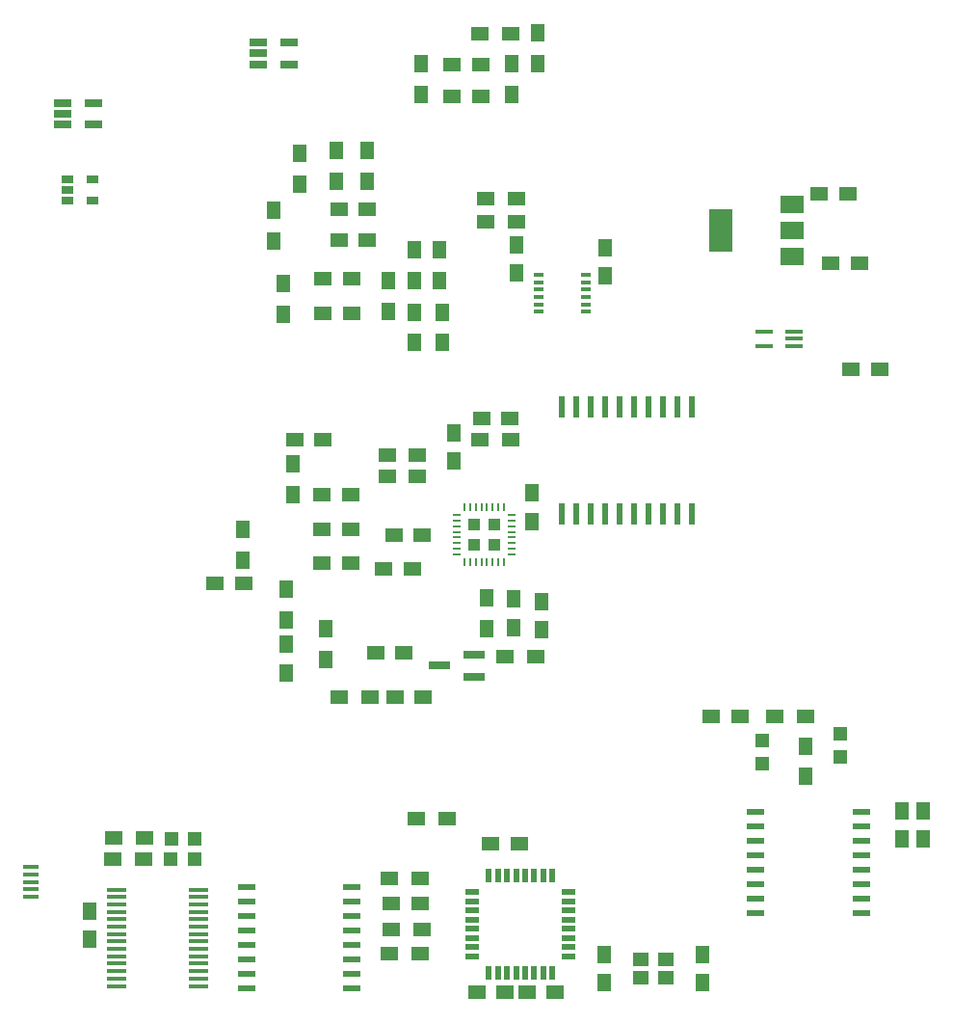
<source format=gtp>
G04 #@! TF.FileFunction,Paste,Top*
%FSLAX46Y46*%
G04 Gerber Fmt 4.6, Leading zero omitted, Abs format (unit mm)*
G04 Created by KiCad (PCBNEW 4.0.4-stable) date 02/10/17 16:54:17*
%MOMM*%
%LPD*%
G01*
G04 APERTURE LIST*
%ADD10C,0.150000*%
%ADD11R,1.250000X1.500000*%
%ADD12R,1.500000X1.250000*%
%ADD13R,1.198880X1.198880*%
%ADD14R,0.600000X1.200000*%
%ADD15R,1.200000X0.600000*%
%ADD16R,1.500000X1.300000*%
%ADD17R,1.500000X0.600000*%
%ADD18R,1.750000X0.450000*%
%ADD19R,1.350000X0.400000*%
%ADD20R,1.300000X1.500000*%
%ADD21R,1.400000X1.200000*%
%ADD22R,1.060000X0.650000*%
%ADD23R,0.250000X0.700000*%
%ADD24R,0.700000X0.250000*%
%ADD25R,1.035000X1.035000*%
%ADD26R,0.890000X0.420000*%
%ADD27R,0.600000X1.950000*%
%ADD28R,2.000000X3.800000*%
%ADD29R,2.000000X1.500000*%
%ADD30R,1.500000X0.400000*%
%ADD31R,1.900000X0.800000*%
%ADD32R,1.560000X0.650000*%
G04 APERTURE END LIST*
D10*
D11*
X191600000Y-99150000D03*
X191600000Y-101650000D03*
D12*
X187850000Y-93800000D03*
X185350000Y-93800000D03*
D11*
X247600000Y-113750000D03*
X247600000Y-116250000D03*
D12*
X228950000Y-105500000D03*
X231450000Y-105500000D03*
X212750000Y-129700000D03*
X215250000Y-129700000D03*
X212050000Y-116600000D03*
X209550000Y-116600000D03*
X210850000Y-129700000D03*
X208350000Y-129700000D03*
X203350000Y-121900000D03*
X200850000Y-121900000D03*
D11*
X174300000Y-122550000D03*
X174300000Y-125050000D03*
D13*
X181450980Y-118000000D03*
X183549020Y-118000000D03*
X181500000Y-116200000D03*
X183598040Y-116200000D03*
D14*
X209400000Y-127950000D03*
X210200000Y-127950000D03*
X211000000Y-127950000D03*
X211800000Y-127950000D03*
X212600000Y-127950000D03*
X213400000Y-127950000D03*
X214200000Y-127950000D03*
X215000000Y-127950000D03*
D15*
X216450000Y-126500000D03*
X216450000Y-125700000D03*
X216450000Y-124900000D03*
X216450000Y-124100000D03*
X216450000Y-123300000D03*
X216450000Y-122500000D03*
X216450000Y-121700000D03*
X216450000Y-120900000D03*
D14*
X215000000Y-119450000D03*
X214200000Y-119450000D03*
X213400000Y-119450000D03*
X212600000Y-119450000D03*
X211800000Y-119450000D03*
X211000000Y-119450000D03*
X210200000Y-119450000D03*
X209400000Y-119450000D03*
D15*
X207950000Y-120900000D03*
X207950000Y-121700000D03*
X207950000Y-122500000D03*
X207950000Y-123300000D03*
X207950000Y-124100000D03*
X207950000Y-124900000D03*
X207950000Y-125700000D03*
X207950000Y-126500000D03*
D16*
X200650000Y-119700000D03*
X203350000Y-119700000D03*
X179100000Y-118000000D03*
X176400000Y-118000000D03*
X179150000Y-116100000D03*
X176450000Y-116100000D03*
X203550000Y-124200000D03*
X200850000Y-124200000D03*
X200650000Y-126300000D03*
X203350000Y-126300000D03*
D17*
X188100000Y-120410000D03*
X188100000Y-121680000D03*
X188100000Y-122950000D03*
X188100000Y-124220000D03*
X188100000Y-125490000D03*
X188100000Y-126760000D03*
X188100000Y-128030000D03*
X188100000Y-129300000D03*
X197400000Y-129300000D03*
X197400000Y-128030000D03*
X197400000Y-126760000D03*
X197400000Y-125490000D03*
X197400000Y-124220000D03*
X197400000Y-122950000D03*
X197400000Y-121680000D03*
X197400000Y-120410000D03*
D18*
X183900000Y-129125000D03*
X183900000Y-128475000D03*
X183900000Y-127825000D03*
X183900000Y-127175000D03*
X183900000Y-126525000D03*
X183900000Y-125875000D03*
X183900000Y-125225000D03*
X183900000Y-124575000D03*
X183900000Y-123925000D03*
X183900000Y-123275000D03*
X183900000Y-122625000D03*
X183900000Y-121975000D03*
X183900000Y-121325000D03*
X183900000Y-120675000D03*
X176700000Y-120675000D03*
X176700000Y-121325000D03*
X176700000Y-121975000D03*
X176700000Y-122625000D03*
X176700000Y-123275000D03*
X176700000Y-123925000D03*
X176700000Y-124575000D03*
X176700000Y-125225000D03*
X176700000Y-125875000D03*
X176700000Y-126525000D03*
X176700000Y-127175000D03*
X176700000Y-127825000D03*
X176700000Y-128475000D03*
X176700000Y-129125000D03*
D11*
X228200000Y-126350000D03*
X228200000Y-128850000D03*
X219500000Y-126350000D03*
X219500000Y-128850000D03*
D19*
X169125000Y-121300000D03*
X169125000Y-120650000D03*
X169125000Y-120000000D03*
X169125000Y-119350000D03*
X169125000Y-118700000D03*
D13*
X240300000Y-109049020D03*
X240300000Y-106950980D03*
X233400000Y-109649020D03*
X233400000Y-107550980D03*
D16*
X234550000Y-105500000D03*
X237250000Y-105500000D03*
D20*
X237200000Y-110750000D03*
X237200000Y-108050000D03*
D17*
X232850000Y-113855000D03*
X232850000Y-115125000D03*
X232850000Y-116395000D03*
X232850000Y-117665000D03*
X232850000Y-118935000D03*
X232850000Y-120205000D03*
X232850000Y-121475000D03*
X232850000Y-122745000D03*
X242150000Y-122745000D03*
X242150000Y-121475000D03*
X242150000Y-120205000D03*
X242150000Y-118935000D03*
X242150000Y-117665000D03*
X242150000Y-116395000D03*
X242150000Y-115125000D03*
X242150000Y-113855000D03*
D11*
X245700000Y-113750000D03*
X245700000Y-116250000D03*
D21*
X222800000Y-128400000D03*
X225000000Y-128400000D03*
X222800000Y-126800000D03*
X225000000Y-126800000D03*
D12*
X201950000Y-99900000D03*
X199450000Y-99900000D03*
X200150000Y-92500000D03*
X202650000Y-92500000D03*
X211250000Y-79300000D03*
X208750000Y-79300000D03*
D11*
X206300000Y-83050000D03*
X206300000Y-80550000D03*
D12*
X194850000Y-67050000D03*
X197350000Y-67050000D03*
X197350000Y-70050000D03*
X194850000Y-70050000D03*
X206200000Y-48250000D03*
X208700000Y-48250000D03*
X208700000Y-51000000D03*
X206200000Y-51000000D03*
X196250000Y-60900000D03*
X198750000Y-60900000D03*
X198750000Y-63650000D03*
X196250000Y-63650000D03*
X194750000Y-92000000D03*
X197250000Y-92000000D03*
X194750000Y-89000000D03*
X197250000Y-89000000D03*
X194750000Y-86000000D03*
X197250000Y-86000000D03*
X192350000Y-81200000D03*
X194850000Y-81200000D03*
X238450000Y-59600000D03*
X240950000Y-59600000D03*
X239450000Y-65700000D03*
X241950000Y-65700000D03*
D11*
X211600000Y-95150000D03*
X211600000Y-97650000D03*
D12*
X201150000Y-103800000D03*
X203650000Y-103800000D03*
D11*
X214000000Y-97850000D03*
X214000000Y-95350000D03*
D22*
X172400000Y-58300000D03*
X172400000Y-59250000D03*
X172400000Y-60200000D03*
X174600000Y-60200000D03*
X174600000Y-58300000D03*
D16*
X200450000Y-84400000D03*
X203150000Y-84400000D03*
X205750000Y-114400000D03*
X203050000Y-114400000D03*
X200450000Y-82500000D03*
X203150000Y-82500000D03*
D20*
X195100000Y-97750000D03*
X195100000Y-100450000D03*
D16*
X208650000Y-81200000D03*
X211350000Y-81200000D03*
X211850000Y-62000000D03*
X209150000Y-62000000D03*
X209150000Y-60000000D03*
X211850000Y-60000000D03*
D20*
X205100000Y-67150000D03*
X205100000Y-64450000D03*
X202850000Y-64450000D03*
X202850000Y-67150000D03*
X200600000Y-67200000D03*
X200600000Y-69900000D03*
X191350000Y-67450000D03*
X191350000Y-70150000D03*
X202850000Y-72650000D03*
X202850000Y-69950000D03*
X205350000Y-69950000D03*
X205350000Y-72650000D03*
X213700000Y-48100000D03*
X213700000Y-45400000D03*
D16*
X211300000Y-45500000D03*
X208600000Y-45500000D03*
D20*
X211450000Y-48150000D03*
X211450000Y-50850000D03*
X203450000Y-48150000D03*
X203450000Y-50850000D03*
X196000000Y-58500000D03*
X196000000Y-55800000D03*
X198750000Y-55800000D03*
X198750000Y-58500000D03*
X192750000Y-58750000D03*
X192750000Y-56050000D03*
X190500000Y-61050000D03*
X190500000Y-63750000D03*
X191600000Y-94250000D03*
X191600000Y-96950000D03*
X187800000Y-89050000D03*
X187800000Y-91750000D03*
X192200000Y-85950000D03*
X192200000Y-83250000D03*
X209200000Y-95050000D03*
X209200000Y-97750000D03*
D16*
X198950000Y-103800000D03*
X196250000Y-103800000D03*
X213550000Y-100200000D03*
X210850000Y-100200000D03*
D23*
X207250000Y-91900000D03*
X207750000Y-91900000D03*
X208250000Y-91900000D03*
X208750000Y-91900000D03*
X209250000Y-91900000D03*
X209750000Y-91900000D03*
X210250000Y-91900000D03*
X210750000Y-91900000D03*
D24*
X211400000Y-91250000D03*
X211400000Y-90750000D03*
X211400000Y-90250000D03*
X211400000Y-89750000D03*
X211400000Y-89250000D03*
X211400000Y-88750000D03*
X211400000Y-88250000D03*
X211400000Y-87750000D03*
D23*
X210750000Y-87100000D03*
X210250000Y-87100000D03*
X209750000Y-87100000D03*
X209250000Y-87100000D03*
X208750000Y-87100000D03*
X208250000Y-87100000D03*
X207750000Y-87100000D03*
X207250000Y-87100000D03*
D24*
X206600000Y-87750000D03*
X206600000Y-88250000D03*
X206600000Y-88750000D03*
X206600000Y-89250000D03*
X206600000Y-89750000D03*
X206600000Y-90250000D03*
X206600000Y-90750000D03*
X206600000Y-91250000D03*
D25*
X209862500Y-88637500D03*
X208137500Y-88637500D03*
X209862500Y-90362500D03*
X208137500Y-90362500D03*
D26*
X213745000Y-66675000D03*
X213745000Y-67325000D03*
X213745000Y-67975000D03*
X213745000Y-68625000D03*
X213745000Y-69275000D03*
X213745000Y-69925000D03*
X217955000Y-69925000D03*
X217955000Y-69275000D03*
X217955000Y-68625000D03*
X217955000Y-67975000D03*
X217955000Y-67325000D03*
X217955000Y-66675000D03*
D27*
X227215000Y-78300000D03*
X225945000Y-78300000D03*
X224675000Y-78300000D03*
X223405000Y-78300000D03*
X222135000Y-78300000D03*
X220865000Y-78300000D03*
X219595000Y-78300000D03*
X218325000Y-78300000D03*
X217055000Y-78300000D03*
X215785000Y-78300000D03*
X215785000Y-87700000D03*
X217055000Y-87700000D03*
X218325000Y-87700000D03*
X219595000Y-87700000D03*
X220865000Y-87700000D03*
X222135000Y-87700000D03*
X223405000Y-87700000D03*
X224675000Y-87700000D03*
X225945000Y-87700000D03*
X227215000Y-87700000D03*
D28*
X229750000Y-62800000D03*
D29*
X236050000Y-62800000D03*
X236050000Y-60500000D03*
X236050000Y-65100000D03*
D30*
X236230000Y-72950000D03*
X236230000Y-72300000D03*
X236230000Y-71650000D03*
X233570000Y-71650000D03*
X233570000Y-72950000D03*
D31*
X208100000Y-101950000D03*
X208100000Y-100050000D03*
X205100000Y-101000000D03*
D11*
X211850000Y-66550000D03*
X211850000Y-64050000D03*
X219600000Y-66800000D03*
X219600000Y-64300000D03*
D32*
X189150000Y-46300000D03*
X189150000Y-47250000D03*
X189150000Y-48200000D03*
X191850000Y-48200000D03*
X191850000Y-46300000D03*
X172000000Y-51600000D03*
X172000000Y-52550000D03*
X172000000Y-53500000D03*
X174700000Y-53500000D03*
X174700000Y-51600000D03*
D12*
X201050000Y-89500000D03*
X203550000Y-89500000D03*
D11*
X213200000Y-85850000D03*
X213200000Y-88350000D03*
D12*
X243750000Y-75000000D03*
X241250000Y-75000000D03*
M02*

</source>
